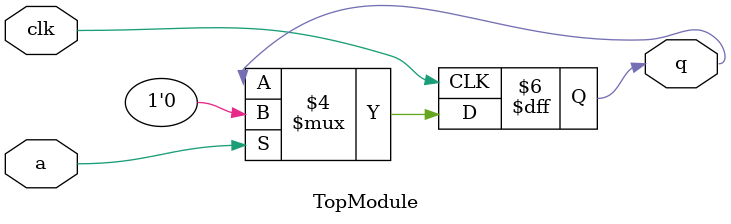
<source format=sv>
module TopModule(
    input logic clk,
    input logic a,
    output logic q
);

    // Initial state of q is undefined, but we assume it's initialized to 1
    initial begin
        q = 1'b1;
    end

    // Sequential logic block triggered on the rising edge of clk
    always_ff @(posedge clk) begin
        if (a == 1'b1) begin
            q <= 1'b0; // Set q to 0 when a is 1
        end
    end

endmodule
</source>
